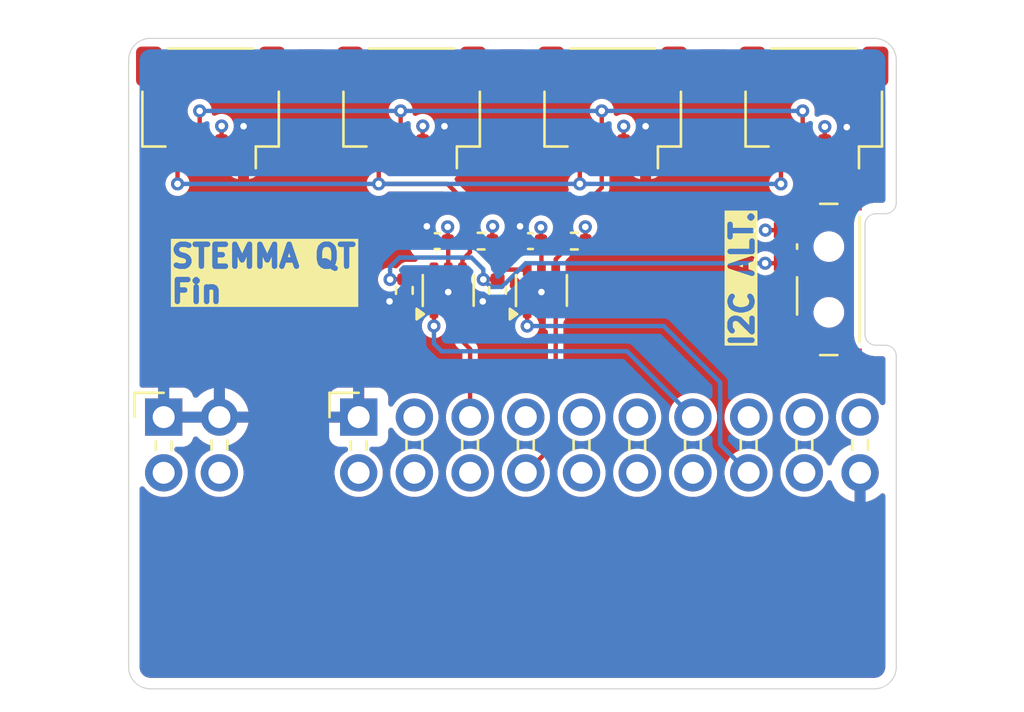
<source format=kicad_pcb>
(kicad_pcb (version 20241129) (generator "pcbnew") (generator_version "8.99")
  (layers (0 "F.Cu" signal) (4 "In1.Cu" signal) (6 "In2.Cu" signal) (2 "B.Cu" signal) (13 "F.Paste" user) (15 "B.Paste" user) (5 "F.SilkS" user "F.Silkscreen") (7 "B.SilkS" user "B.Silkscreen") (1 "F.Mask" user) (3 "B.Mask" user) (25 "Edge.Cuts" user))
  (net 0 "")
  (net 1 "VBUS")
  (net 2 "GND")
  (net 3 "VDDEXT")
  (net 4 "/IO8")
  (net 5 "/IO12")
  (net 6 "/IO15")
  (net 7 "/IO3")
  (net 8 "/IO10")
  (net 9 "VDDIO")
  (net 10 "/IO4")
  (net 11 "/IO6")
  (net 12 "/IO13")
  (net 13 "/IO7")
  (net 14 "/IO14")
  (net 15 "/IO11")
  (net 16 "/IO9")
  (net 17 "/IO5")
  (net 18 "/IO0")
  (net 19 "/IO2")
  (net 20 "/IO1")
  (net 21 "/SDA_OUT")
  (net 22 "/SCL_OUT")
  (net 23 "/I2C_SELECT")
  (footprint "Capacitor_SMD:C_0402_1005Metric" (layer "F.Cu") (at 150.75 86 180)
    (property "Reference" "C2" (hide yes))
    (property "Value" "100nF")
    (fp_line (start -0.107836 0.36) (end 0.107836 0.36) (stroke (width 0.12)) (layer "F.SilkS"))
    (fp_line (start -0.107836 -0.36) (end 0.107836 -0.36) (stroke (width 0.12)) (layer "F.SilkS"))
    (pad "1" smd roundrect (at -0.48 0 180) (size 0.56 0.62) (layers "F.Cu" "F.Mask" "F.Paste") (net 9 "VDDIO"))
    (pad "2" smd roundrect (at 0.48 0 180) (size 0.56 0.62) (layers "F.Cu" "F.Mask" "F.Paste") (net 2 "GND"))
  )
  (footprint "nRF-DK-Connector_JST:JST_SH_SM04B-SRSS-TB_1x04-1MP_P1.00mm_Horizontal" (layer "F.Cu") (at 158.75 79.9 180)
    (property "Reference" "J5" (hide yes))
    (property "Value" "Conn_01x04_MountingPin")
    (fp_line (start 3.11 0.715) (end 3.11 -1.785) (stroke (width 0.12)) (layer "F.SilkS"))
    (fp_line (start 3.11 -1.785) (end 2.06 -1.785) (stroke (width 0.12)) (layer "F.SilkS"))
    (fp_line (start -1.94 2.685) (end 1.94 2.685) (stroke (width 0.12)) (layer "F.SilkS"))
    (fp_line (start -2.06 -1.785) (end -2.06 -2.775) (stroke (width 0.12)) (layer "F.SilkS"))
    (fp_line (start -3.11 0.715) (end -3.11 -1.785) (stroke (width 0.12)) (layer "F.SilkS"))
    (fp_line (start -3.11 -1.785) (end -2.06 -1.785) (stroke (width 0.12)) (layer "F.SilkS"))
    (pad "1" smd roundrect (at -1.5 -2 180) (size 0.6 1.55) (layers "F.Cu" "F.Mask" "F.Paste") (net 2 "GND"))
    (pad "2" smd roundrect (at -0.5 -2 180) (size 0.6 1.55) (layers "F.Cu" "F.Mask" "F.Paste") (net 9 "VDDIO"))
    (pad "3" smd roundrect (at 0.5 -2 180) (size 0.6 1.55) (layers "F.Cu" "F.Mask" "F.Paste") (net 21 "/SDA_OUT"))
    (pad "4" smd roundrect (at 1.5 -2 180) (size 0.6 1.55) (layers "F.Cu" "F.Mask" "F.Paste") (net 22 "/SCL_OUT"))
    (pad "MP" smd roundrect (at -2.8 1.875 180) (size 1.2 1.8) (layers "F.Cu" "F.Mask" "F.Paste") (roundrect_rratio 0.208333) (net 2 "GND"))
    (pad "MP" smd roundrect (at 2.8 1.875 180) (size 1.2 1.8) (layers "F.Cu" "F.Mask" "F.Paste") (roundrect_rratio 0.208333) (net 2 "GND"))
  )
  (footprint "Capacitor_SMD:C_0402_1005Metric" (layer "F.Cu") (at 155 86 180)
    (property "Reference" "C1" (hide yes))
    (property "Value" "100nF")
    (fp_line (start -0.107836 0.36) (end 0.107836 0.36) (stroke (width 0.12)) (layer "F.SilkS"))
    (fp_line (start -0.107836 -0.36) (end 0.107836 -0.36) (stroke (width 0.12)) (layer "F.SilkS"))
    (pad "1" smd roundrect (at -0.48 0 180) (size 0.56 0.62) (layers "F.Cu" "F.Mask" "F.Paste") (net 9 "VDDIO"))
    (pad "2" smd roundrect (at 0.48 0 180) (size 0.56 0.62) (layers "F.Cu" "F.Mask" "F.Paste") (net 2 "GND"))
  )
  (footprint "nRF-DK-Connector_JST:JST_SH_SM04B-SRSS-TB_1x04-1MP_P1.00mm_Horizontal" (layer "F.Cu") (at 149.583334 79.9 180)
    (property "Reference" "J4" (hide yes))
    (property "Value" "Conn_01x04_MountingPin")
    (fp_line (start 3.11 0.715) (end 3.11 -1.785) (stroke (width 0.12)) (layer "F.SilkS"))
    (fp_line (start 3.11 -1.785) (end 2.06 -1.785) (stroke (width 0.12)) (layer "F.SilkS"))
    (fp_line (start -1.94 2.685) (end 1.94 2.685) (stroke (width 0.12)) (layer "F.SilkS"))
    (fp_line (start -2.06 -1.785) (end -2.06 -2.775) (stroke (width 0.12)) (layer "F.SilkS"))
    (fp_line (start -3.11 0.715) (end -3.11 -1.785) (stroke (width 0.12)) (layer "F.SilkS"))
    (fp_line (start -3.11 -1.785) (end -2.06 -1.785) (stroke (width 0.12)) (layer "F.SilkS"))
    (pad "1" smd roundrect (at -1.5 -2 180) (size 0.6 1.55) (layers "F.Cu" "F.Mask" "F.Paste") (net 2 "GND"))
    (pad "2" smd roundrect (at -0.5 -2 180) (size 0.6 1.55) (layers "F.Cu" "F.Mask" "F.Paste") (net 9 "VDDIO"))
    (pad "3" smd roundrect (at 0.5 -2 180) (size 0.6 1.55) (layers "F.Cu" "F.Mask" "F.Paste") (net 21 "/SDA_OUT"))
    (pad "4" smd roundrect (at 1.5 -2 180) (size 0.6 1.55) (layers "F.Cu" "F.Mask" "F.Paste") (net 22 "/SCL_OUT"))
    (pad "MP" smd roundrect (at -2.8 1.875 180) (size 1.2 1.8) (layers "F.Cu" "F.Mask" "F.Paste") (roundrect_rratio 0.208333) (net 2 "GND"))
    (pad "MP" smd roundrect (at 2.8 1.875 180) (size 1.2 1.8) (layers "F.Cu" "F.Mask" "F.Paste") (roundrect_rratio 0.208333) (net 2 "GND"))
  )
  (footprint "Resistor_SMD:R_0402_1005Metric" (layer "F.Cu") (at 153.5 88.25 -90)
    (property "Reference" "R3" (hide yes))
    (property "Value" "100kR")
    (fp_line (start -0.153641 0.38) (end 0.153641 0.38) (stroke (width 0.12)) (layer "F.SilkS"))
    (fp_line (start -0.153641 -0.38) (end 0.153641 -0.38) (stroke (width 0.12)) (layer "F.SilkS"))
    (pad "1" smd roundrect (at -0.51 0 270) (size 0.54 0.64) (layers "F.Cu" "F.Mask" "F.Paste") (net 23 "/I2C_SELECT"))
    (pad "2" smd roundrect (at 0.51 0 270) (size 0.54 0.64) (layers "F.Cu" "F.Mask" "F.Paste") (net 2 "GND"))
  )
  (footprint "nRF-DK-Button_Switch_SMD:SW_SPDT_PCM12" (layer "F.Cu") (at 168.275 87.75 90)
    (property "Reference" "SW1" (hide yes))
    (property "Value" "SW_SPDT")
    (fp_line (start 1.4 -1.12) (end 1.6 -1.12) (stroke (width 0.12)) (layer "F.SilkS"))
    (fp_line (start -1.6 -1.12) (end 0.1 -1.12) (stroke (width 0.12)) (layer "F.SilkS"))
    (fp_line (start -3.45 -0.07) (end -3.45 0.72) (stroke (width 0.12)) (layer "F.SilkS"))
    (fp_line (start 3.45 0.72) (end 3.45 -0.07) (stroke (width 0.12)) (layer "F.SilkS"))
    (fp_line (start -2.85 1.73) (end 2.85 1.73) (stroke (width 0.12)) (layer "F.SilkS"))
    (pad "" smd rect (at -3.65 -0.78 90) (size 1 0.8) (layers "F.Cu" "F.Mask" "F.Paste"))
    (pad "" smd rect (at -3.65 1.43 90) (size 1 0.8) (layers "F.Cu" "F.Mask" "F.Paste"))
    (pad "" np_thru_hole circle (at -1.5 0.33 90) (size 0.9 0.9) (drill 0.9) (layers "*.Cu" "*.Mask"))
    (pad "" np_thru_hole circle (at 1.5 0.33 90) (size 0.9 0.9) (drill 0.9) (layers "*.Cu" "*.Mask"))
    (pad "" smd rect (at 3.65 -0.78 90) (size 1 0.8) (layers "F.Cu" "F.Mask" "F.Paste"))
    (pad "" smd rect (at 3.65 1.43 90) (size 1 0.8) (layers "F.Cu" "F.Mask" "F.Paste"))
    (pad "1" smd rect (at -2.25 -1.43 90) (size 0.7 1.5) (layers "F.Cu" "F.Mask" "F.Paste"))
    (pad "2" smd rect (at 0.75 -1.43 90) (size 0.7 1.5) (layers "F.Cu" "F.Mask" "F.Paste") (net 23 "/I2C_SELECT"))
    (pad "3" smd rect (at 2.25 -1.43 90) (size 0.7 1.5) (layers "F.Cu" "F.Mask" "F.Paste") (net 9 "VDDIO"))
  )
  (footprint "nRF-DK-Connector_JST:JST_SH_SM04B-SRSS-TB_1x04-1MP_P1.00mm_Horizontal" (layer "F.Cu") (at 167.916667 79.9 180)
    (property "Reference" "J6" (hide yes))
    (property "Value" "Conn_01x04_MountingPin")
    (fp_line (start 3.11 0.715) (end 3.11 -1.785) (stroke (width 0.12)) (layer "F.SilkS"))
    (fp_line (start 3.11 -1.785) (end 2.06 -1.785) (stroke (width 0.12)) (layer "F.SilkS"))
    (fp_line (start -1.94 2.685) (end 1.94 2.685) (stroke (width 0.12)) (layer "F.SilkS"))
    (fp_line (start -2.06 -1.785) (end -2.06 -2.775) (stroke (width 0.12)) (layer "F.SilkS"))
    (fp_line (start -3.11 0.715) (end -3.11 -1.785) (stroke (width 0.12)) (layer "F.SilkS"))
    (fp_line (start -3.11 -1.785) (end -2.06 -1.785) (stroke (width 0.12)) (layer "F.SilkS"))
    (pad "1" smd roundrect (at -1.5 -2 180) (size 0.6 1.55) (layers "F.Cu" "F.Mask" "F.Paste") (net 2 "GND"))
    (pad "2" smd roundrect (at -0.5 -2 180) (size 0.6 1.55) (layers "F.Cu" "F.Mask" "F.Paste") (net 9 "VDDIO"))
    (pad "3" smd roundrect (at 0.5 -2 180) (size 0.6 1.55) (layers "F.Cu" "F.Mask" "F.Paste") (net 21 "/SDA_OUT"))
    (pad "4" smd roundrect (at 1.5 -2 180) (size 0.6 1.55) (layers "F.Cu" "F.Mask" "F.Paste") (net 22 "/SCL_OUT"))
    (pad "MP" smd roundrect (at -2.8 1.875 180) (size 1.2 1.8) (layers "F.Cu" "F.Mask" "F.Paste") (roundrect_rratio 0.208333) (net 2 "GND"))
    (pad "MP" smd roundrect (at 2.8 1.875 180) (size 1.2 1.8) (layers "F.Cu" "F.Mask" "F.Paste") (roundrect_rratio 0.208333) (net 2 "GND"))
  )
  (footprint "Resistor_SMD:R_0402_1005Metric" (layer "F.Cu") (at 152.75 86 180)
    (property "Reference" "R2" (hide yes))
    (property "Value" "5.1kR")
    (fp_line (start -0.153641 0.38) (end 0.153641 0.38) (stroke (width 0.12)) (layer "F.SilkS"))
    (fp_line (start -0.153641 -0.38) (end 0.153641 -0.38) (stroke (width 0.12)) (layer "F.SilkS"))
    (pad "1" smd roundrect (at -0.51 0 180) (size 0.54 0.64) (layers "F.Cu" "F.Mask" "F.Paste") (net 9 "VDDIO"))
    (pad "2" smd roundrect (at 0.51 0 180) (size 0.54 0.64) (layers "F.Cu" "F.Mask" "F.Paste") (net 22 "/SCL_OUT"))
  )
  (footprint "Package_TO_SOT_SMD:SOT-363_SC-70-6" (layer "F.Cu") (at 155.5 88.25 90)
    (property "Reference" "U1" (hide yes))
    (property "Value" "NC7SB3157P6X")
    (fp_line (start -0.71 -1.16) (end 0.7 -1.16) (stroke (width 0.12)) (layer "F.SilkS"))
    (fp_line (start -0.7 1.16) (end 0.7 1.16) (stroke (width 0.12)) (layer "F.SilkS"))
    (fp_poly (pts (xy -1.08 -1.11) (xy -1.32 -1.44) (xy -0.84 -1.44) (xy -1.08 -1.11)) (stroke (width 0.12)) (fill yes) (layer "F.SilkS"))
    (pad "1" smd roundrect (at -0.95 -0.65 90) (size 0.65 0.4) (layers "F.Cu" "F.Mask" "F.Paste") (net 5 "/IO12"))
    (pad "2" smd roundrect (at -0.95 0 90) (size 0.65 0.4) (layers "F.Cu" "F.Mask" "F.Paste") (net 2 "GND"))
    (pad "3" smd roundrect (at -0.95 0.65 90) (size 0.65 0.4) (layers "F.Cu" "F.Mask" "F.Paste") (net 10 "/IO4"))
    (pad "4" smd roundrect (at 0.95 0.65 90) (size 0.65 0.4) (layers "F.Cu" "F.Mask" "F.Paste") (net 21 "/SDA_OUT"))
    (pad "5" smd roundrect (at 0.95 0 90) (size 0.65 0.4) (layers "F.Cu" "F.Mask" "F.Paste") (net 9 "VDDIO"))
    (pad "6" smd roundrect (at 0.95 -0.65 90) (size 0.65 0.4) (layers "F.Cu" "F.Mask" "F.Paste") (net 23 "/I2C_SELECT"))
  )
  (footprint "Package_TO_SOT_SMD:SOT-363_SC-70-6" (layer "F.Cu") (at 151.25 88.25 90)
    (property "Reference" "U2" (hide yes))
    (property "Value" "NC7SB3157P6X")
    (fp_line (start -0.71 -1.16) (end 0.7 -1.16) (stroke (width 0.12)) (layer "F.SilkS"))
    (fp_line (start -0.7 1.16) (end 0.7 1.16) (stroke (width 0.12)) (layer "F.SilkS"))
    (fp_poly (pts (xy -1.08 -1.11) (xy -1.32 -1.44) (xy -0.84 -1.44) (xy -1.08 -1.11)) (stroke (width 0.12)) (fill yes) (layer "F.SilkS"))
    (pad "1" smd roundrect (at -0.95 -0.65 90) (size 0.65 0.4) (layers "F.Cu" "F.Mask" "F.Paste") (net 15 "/IO11"))
    (pad "2" smd roundrect (at -0.95 0 90) (size 0.65 0.4) (layers "F.Cu" "F.Mask" "F.Paste") (net 2 "GND"))
    (pad "3" smd roundrect (at -0.95 0.65 90) (size 0.65 0.4) (layers "F.Cu" "F.Mask" "F.Paste") (net 7 "/IO3"))
    (pad "4" smd roundrect (at 0.95 0.65 90) (size 0.65 0.4) (layers "F.Cu" "F.Mask" "F.Paste") (net 22 "/SCL_OUT"))
    (pad "5" smd roundrect (at 0.95 0 90) (size 0.65 0.4) (layers "F.Cu" "F.Mask" "F.Paste") (net 9 "VDDIO"))
    (pad "6" smd roundrect (at 0.95 -0.65 90) (size 0.65 0.4) (layers "F.Cu" "F.Mask" "F.Paste") (net 23 "/I2C_SELECT"))
  )
  (footprint "nRF-DK-Connector_PinSocket_2.54mm:PinSocket_2x10_P2.54mm_Horizontal" (layer "F.Cu") (at 147.1676 94.0308 90)
    (property "Reference" "J2" (hide yes))
    (property "Value" "Conn_02x10_Odd_Even" (hide yes))
    (fp_line (start 1.11 -1.33) (end 1.11 0) (stroke (width 0.12)) (layer "F.SilkS"))
    (fp_line (start 0 -1.33) (end 1.11 -1.33) (stroke (width 0.12)) (layer "F.SilkS"))
    (fp_line (start -1.49 -0.36) (end -1.11 -0.36) (stroke (width 0.12)) (layer "F.SilkS"))
    (fp_line (start -1.49 0.36) (end -1.11 0.36) (stroke (width 0.12)) (layer "F.SilkS"))
    (fp_line (start -1.49 2.18) (end -1.05 2.18) (stroke (width 0.12)) (layer "F.SilkS"))
    (fp_line (start -1.49 2.9) (end -1.05 2.9) (stroke (width 0.12)) (layer "F.SilkS"))
    (fp_line (start -1.49 4.72) (end -1.05 4.72) (stroke (width 0.12)) (layer "F.SilkS"))
    (fp_line (start -1.49 5.44) (end -1.05 5.44) (stroke (width 0.12)) (layer "F.SilkS"))
    (fp_line (start -1.49 7.26) (end -1.05 7.26) (stroke (width 0.12)) (layer "F.SilkS"))
    (fp_line (start -1.49 7.98) (end -1.05 7.98) (stroke (width 0.12)) (layer "F.SilkS"))
    (fp_line (start -1.49 9.8) (end -1.05 9.8) (stroke (width 0.12)) (layer "F.SilkS"))
    (fp_line (start -1.49 10.52) (end -1.05 10.52) (stroke (width 0.12)) (layer "F.SilkS"))
    (fp_line (start -1.49 12.34) (end -1.05 12.34) (stroke (width 0.12)) (layer "F.SilkS"))
    (fp_line (start -1.49 13.06) (end -1.05 13.06) (stroke (width 0.12)) (layer "F.SilkS"))
    (fp_line (start -1.49 14.88) (end -1.05 14.88) (stroke (width 0.12)) (layer "F.SilkS"))
    (fp_line (start -1.49 15.6) (end -1.05 15.6) (stroke (width 0.12)) (layer "F.SilkS"))
    (fp_line (start -1.49 17.42) (end -1.05 17.42) (stroke (width 0.12)) (layer "F.SilkS"))
    (fp_line (start -1.49 18.14) (end -1.05 18.14) (stroke (width 0.12)) (layer "F.SilkS"))
    (fp_line (start -1.49 19.96) (end -1.05 19.96) (stroke (width 0.12)) (layer "F.SilkS"))
    (fp_line (start -1.49 20.68) (end -1.05 20.68) (stroke (width 0.12)) (layer "F.SilkS"))
    (fp_line (start -1.49 22.5) (end -1.05 22.5) (stroke (width 0.12)) (layer "F.SilkS"))
    (fp_line (start -1.49 23.22) (end -1.05 23.22) (stroke (width 0.12)) (layer "F.SilkS"))
    (pad "1" thru_hole rect (at 0 0 90) (size 1.7 1.7) (drill 1) (layers "*.Cu" "*.Mask") (net 2 "GND"))
    (pad "2" thru_hole oval (at -2.54 0 90) (size 1.7 1.7) (drill 1) (layers "*.Cu" "*.Mask") (net 9 "VDDIO"))
    (pad "3" thru_hole oval (at 0 2.54 90) (size 1.7 1.7) (drill 1) (layers "*.Cu" "*.Mask") (net 20 "/IO1"))
    (pad "4" thru_hole oval (at -2.54 2.54 90) (size 1.7 1.7) (drill 1) (layers "*.Cu" "*.Mask") (net 18 "/IO0"))
    (pad "5" thru_hole oval (at 0 5.08 90) (size 1.7 1.7) (drill 1) (layers "*.Cu" "*.Mask") (net 7 "/IO3"))
    (pad "6" thru_hole oval (at -2.54 5.08 90) (size 1.7 1.7) (drill 1) (layers "*.Cu" "*.Mask") (net 19 "/IO2"))
    (pad "7" thru_hole oval (at 0 7.62 90) (size 1.7 1.7) (drill 1) (layers "*.Cu" "*.Mask") (net 17 "/IO5"))
    (pad "8" thru_hole oval (at -2.54 7.62 90) (size 1.7 1.7) (drill 1) (layers "*.Cu" "*.Mask") (net 10 "/IO4"))
    (pad "9" thru_hole oval (at 0 10.16 90) (size 1.7 1.7) (drill 1) (layers "*.Cu" "*.Mask") (net 13 "/IO7"))
    (pad "10" thru_hole oval (at -2.54 10.16 90) (size 1.7 1.7) (drill 1) (layers "*.Cu" "*.Mask") (net 11 "/IO6"))
    (pad "11" thru_hole oval (at 0 12.7 90) (size 1.7 1.7) (drill 1) (layers "*.Cu" "*.Mask") (net 16 "/IO9"))
    (pad "12" thru_hole oval (at -2.54 12.7 90) (size 1.7 1.7) (drill 1) (layers "*.Cu" "*.Mask") (net 4 "/IO8"))
    (pad "13" thru_hole oval (at 0 15.24 90) (size 1.7 1.7) (drill 1) (layers "*.Cu" "*.Mask") (net 15 "/IO11"))
    (pad "14" thru_hole oval (at -2.54 15.24 90) (size 1.7 1.7) (drill 1) (layers "*.Cu" "*.Mask") (net 8 "/IO10"))
    (pad "15" thru_hole oval (at 0 17.78 90) (size 1.7 1.7) (drill 1) (layers "*.Cu" "*.Mask") (net 12 "/IO13"))
    (pad "16" thru_hole oval (at -2.54 17.78 90) (size 1.7 1.7) (drill 1) (layers "*.Cu" "*.Mask") (net 5 "/IO12"))
    (pad "17" thru_hole oval (at 0 20.32 90) (size 1.7 1.7) (drill 1) (layers "*.Cu" "*.Mask") (net 6 "/IO15"))
    (pad "18" thru_hole oval (at -2.54 20.32 90) (size 1.7 1.7) (drill 1) (layers "*.Cu" "*.Mask") (net 14 "/IO14"))
    (pad "19" thru_hole oval (at 0 22.86 90) (size 1.7 1.7) (drill 1) (layers "*.Cu" "*.Mask") (net 9 "VDDIO"))
    (pad "20" thru_hole oval (at -2.54 22.86 90) (size 1.7 1.7) (drill 1) (layers "*.Cu" "*.Mask") (net 2 "GND"))
  )
  (footprint "Resistor_SMD:R_0402_1005Metric" (layer "F.Cu") (at 149.25 88.25 -90)
    (property "Reference" "R4" (hide yes))
    (property "Value" "100kR")
    (fp_line (start -0.153641 0.38) (end 0.153641 0.38) (stroke (width 0.12)) (layer "F.SilkS"))
    (fp_line (start -0.153641 -0.38) (end 0.153641 -0.38) (stroke (width 0.12)) (layer "F.SilkS"))
    (pad "1" smd roundrect (at -0.51 0 270) (size 0.54 0.64) (layers "F.Cu" "F.Mask" "F.Paste") (net 23 "/I2C_SELECT"))
    (pad "2" smd roundrect (at 0.51 0 270) (size 0.54 0.64) (layers "F.Cu" "F.Mask" "F.Paste") (net 2 "GND"))
  )
  (footprint "nRF-DK-Connector_PinSocket_2.54mm:PinSocket_2x02_P2.54mm_Horizontal" (layer "F.Cu") (at 138.2776 94.0308 90)
    (property "Reference" "J1" (hide yes))
    (property "Value" "Conn_02x02_Odd_Even" (hide yes))
    (fp_line (start 1.11 -1.33) (end 1.11 0) (stroke (width 0.12)) (layer "F.SilkS"))
    (fp_line (start 0 -1.33) (end 1.11 -1.33) (stroke (width 0.12)) (layer "F.SilkS"))
    (fp_line (start -1.49 -0.36) (end -1.11 -0.36) (stroke (width 0.12)) (layer "F.SilkS"))
    (fp_line (start -1.49 0.36) (end -1.11 0.36) (stroke (width 0.12)) (layer "F.SilkS"))
    (fp_line (start -1.49 2.18) (end -1.05 2.18) (stroke (width 0.12)) (layer "F.SilkS"))
    (fp_line (start -1.49 2.9) (end -1.05 2.9) (stroke (width 0.12)) (layer "F.SilkS"))
    (pad "1" thru_hole rect (at 0 0 90) (size 1.7 1.7) (drill 1) (layers "*.Cu" "*.Mask") (net 2 "GND"))
    (pad "2" thru_hole oval (at -2.54 0 90) (size 1.7 1.7) (drill 1) (layers "*.Cu" "*.Mask") (net 1 "VBUS"))
    (pad "3" thru_hole oval (at 0 2.54 90) (size 1.7 1.7) (drill 1) (layers "*.Cu" "*.Mask") (net 2 "GND"))
    (pad "4" thru_hole oval (at -2.54 2.54 90) (size 1.7 1.7) (drill 1) (layers "*.Cu" "*.Mask") (net 3 "VDDEXT"))
  )
  (footprint "Resistor_SMD:R_0402_1005Metric" (layer "F.Cu") (at 157 86 180)
    (property "Reference" "R1" (hide yes))
    (property "Value" "5.1kR")
    (fp_line (start -0.153641 0.38) (end 0.153641 0.38) (stroke (width 0.12)) (layer "F.SilkS"))
    (fp_line (start -0.153641 -0.38) (end 0.153641 -0.38) (stroke (width 0.12)) (layer "F.SilkS"))
    (pad "1" smd roundrect (at -0.51 0 180) (size 0.54 0.64) (layers "F.Cu" "F.Mask" "F.Paste") (net 9 "VDDIO"))
    (pad "2" smd roundrect (at 0.51 0 180) (size 0.54 0.64) (layers "F.Cu" "F.Mask" "F.Paste") (net 21 "/SDA_OUT"))
  )
  (footprint "nRF-DK-Connector_JST:JST_SH_SM04B-SRSS-TB_1x04-1MP_P1.00mm_Horizontal" (layer "F.Cu") (at 140.416667 79.9 180)
    (property "Reference" "J3" (hide yes))
    (property "Value" "Conn_01x04_MountingPin")
    (fp_line (start 3.11 0.715) (end 3.11 -1.785) (stroke (width 0.12)) (layer "F.SilkS"))
    (fp_line (start 3.11 -1.785) (end 2.06 -1.785) (stroke (width 0.12)) (layer "F.SilkS"))
    (fp_line (start -1.94 2.685) (end 1.94 2.685) (stroke (width 0.12)) (layer "F.SilkS"))
    (fp_line (start -2.06 -1.785) (end -2.06 -2.775) (stroke (width 0.12)) (layer "F.SilkS"))
    (fp_line (start -3.11 0.715) (end -3.11 -1.785) (stroke (width 0.12)) (layer "F.SilkS"))
    (fp_line (start -3.11 -1.785) (end -2.06 -1.785) (stroke (width 0.12)) (layer "F.SilkS"))
    (pad "1" smd roundrect (at -1.5 -2 180) (size 0.6 1.55) (layers "F.Cu" "F.Mask" "F.Paste") (net 2 "GND"))
    (pad "2" smd roundrect (at -0.5 -2 180) (size 0.6 1.55) (layers "F.Cu" "F.Mask" "F.Paste") (net 9 "VDDIO"))
    (pad "3" smd roundrect (at 0.5 -2 180) (size 0.6 1.55) (layers "F.Cu" "F.Mask" "F.Paste") (net 21 "/SDA_OUT"))
    (pad "4" smd roundrect (at 1.5 -2 180) (size 0.6 1.55) (layers "F.Cu" "F.Mask" "F.Paste") (net 22 "/SCL_OUT"))
    (pad "MP" smd roundrect (at -2.8 1.875 180) (size 1.2 1.8) (layers "F.Cu" "F.Mask" "F.Paste") (roundrect_rratio 0.208333) (net 2 "GND"))
    (pad "MP" smd roundrect (at 2.8 1.875 180) (size 1.2 1.8) (layers "F.Cu" "F.Mask" "F.Paste") (roundrect_rratio 0.208333) (net 2 "GND"))
  )
  (gr_arc (start 170.678 76.75) (mid 171.385107 77.042893) (end 171.678 77.75) (stroke (width 0.05)) (layer "Edge.Cuts"))
  (gr_line (start 171.678 84.25) (end 171.678 77.75) (stroke (width 0.05)) (layer "Edge.Cuts"))
  (gr_line (start 170.75 84.75) (end 171.178 84.75) (stroke (width 0.05)) (layer "Edge.Cuts"))
  (gr_arc (start 171.678 105.426) (mid 171.385107 106.133107) (end 170.678 106.426) (stroke (width 0.05)) (layer "Edge.Cuts"))
  (gr_arc (start 171.678 84.25) (mid 171.531553 84.603553) (end 171.178 84.75) (stroke (width 0.05)) (layer "Edge.Cuts"))
  (gr_line (start 170.678 106.426) (end 137.678 106.426) (stroke (width 0.05)) (layer "Edge.Cuts"))
  (gr_line (start 171.178 90.75) (end 170.75 90.75) (stroke (width 0.05)) (layer "Edge.Cuts"))
  (gr_line (start 137.678 76.75) (end 170.678 76.75) (stroke (width 0.05)) (layer "Edge.Cuts"))
  (gr_arc (start 170.25 85.25) (mid 170.396447 84.896447) (end 170.75 84.75) (stroke (width 0.05)) (layer "Edge.Cuts"))
  (gr_arc (start 137.678 106.426) (mid 136.970893 106.133107) (end 136.678 105.426) (stroke (width 0.05)) (layer "Edge.Cuts"))
  (gr_arc (start 136.678 77.75) (mid 136.970893 77.042893) (end 137.678 76.75) (stroke (width 0.05)) (layer "Edge.Cuts"))
  (gr_line (start 170.25 90.25) (end 170.25 85.25) (stroke (width 0.05)) (layer "Edge.Cuts"))
  (gr_arc (start 170.75 90.75) (mid 170.396447 90.603553) (end 170.25 90.25) (stroke (width 0.05)) (layer "Edge.Cuts"))
  (gr_line (start 136.678 105.426) (end 136.678 77.75) (stroke (width 0.05)) (layer "Edge.Cuts"))
  (gr_line (start 171.678 105.426) (end 171.678 91.25) (stroke (width 0.05)) (layer "Edge.Cuts"))
  (gr_arc (start 171.178 90.75) (mid 171.531553 90.896447) (end 171.678 91.25) (stroke (width 0.05)) (layer "Edge.Cuts"))
  (gr_text "I2C ALT." (at 164.65 87.71 90) (layer "F.SilkS" knockout) (effects (font (size 1 1) (thickness 0.25) (bold yes))))
  (gr_text "STEMMA QT\nFin" (at 138.5 87.5 0) (layer "F.SilkS" knockout) (effects (font (size 1 1) (thickness 0.25) (bold yes)) (justify left)))
  (segment (start 149.25 88.76) (end 148.585 88.76) (width 0.2) (layer "F.Cu") (net 2))
  (segment (start 153.5 88.76) (end 152.835 88.76) (width 0.2) (layer "F.Cu") (net 2))
  (segment (start 148.585 88.76) (end 148.575 88.75) (width 0.2) (layer "F.Cu") (net 2))
  (segment (start 154.52 85.33) (end 154.525 85.325) (width 0.2) (layer "F.Cu") (net 2))
  (segment (start 155.5 89.2) (end 155.5 88.325) (width 0.2) (layer "F.Cu") (net 2))
  (segment (start 160.25 81.9) (end 160.25 80.76) (width 0.2) (layer "F.Cu") (net 2))
  (segment (start 169.416667 81.9) (end 169.416667 80.803333) (width 0.2) (layer "F.Cu") (net 2))
  (segment (start 152.835 88.76) (end 152.825 88.75) (width 0.2) (layer "F.Cu") (net 2))
  (segment (start 150.27 85.33) (end 150.275 85.325) (width 0.2) (layer "F.Cu") (net 2))
  (segment (start 169.416667 80.803333) (end 169.42 80.8) (width 0.2) (layer "F.Cu") (net 2))
  (segment (start 150.27 86) (end 150.27 85.33) (width 0.2) (layer "F.Cu") (net 2))
  (segment (start 151.083334 80.763334) (end 151.08 80.76) (width 0.2) (layer "F.Cu") (net 2))
  (segment (start 151.083334 81.9) (end 151.083334 80.763334) (width 0.2) (layer "F.Cu") (net 2))
  (segment (start 141.916667 81.9) (end 141.916667 80.763333) (width 0.2) (layer "F.Cu") (net 2))
  (segment (start 151.25 89.2) (end 151.25 88.325) (width 0.2) (layer "F.Cu") (net 2))
  (segment (start 141.916667 80.763333) (end 141.92 80.76) (width 0.2) (layer "F.Cu") (net 2))
  (segment (start 154.52 86) (end 154.52 85.33) (width 0.2) (layer "F.Cu") (net 2))
  (via (at 150.275 85.325) (size 0.6) (drill 0.3) (layers "F.Cu" "B.Cu") (net 2))
  (via (at 151.25 88.325) (size 0.6) (drill 0.3) (layers "F.Cu" "B.Cu") (net 2))
  (via (at 169.42 80.8) (size 0.6) (drill 0.3) (layers "F.Cu" "B.Cu") (net 2))
  (via (at 155.5 88.325) (size 0.6) (drill 0.3) (layers "F.Cu" "B.Cu") (net 2))
  (via (at 151.08 80.76) (size 0.6) (drill 0.3) (layers "F.Cu" "B.Cu") (net 2))
  (via (at 160.25 80.76) (size 0.6) (drill 0.3) (layers "F.Cu" "B.Cu") (net 2))
  (via (at 152.825 88.75) (size 0.6) (drill 0.3) (layers "F.Cu" "B.Cu") (net 2))
  (via (at 148.575 88.75) (size 0.6) (drill 0.3) (layers "F.Cu" "B.Cu") (net 2))
  (via (at 141.92 80.76) (size 0.6) (drill 0.3) (layers "F.Cu" "B.Cu") (net 2))
  (via (at 154.525 85.325) (size 0.6) (drill 0.3) (layers "F.Cu" "B.Cu") (net 2))
  (segment (start 154.85 89.2) (end 154.85 89.875) (width 0.2) (layer "F.Cu") (net 5))
  (via (at 154.85 89.875) (size 0.6) (drill 0.3) (layers "F.Cu" "B.Cu") (net 5))
  (segment (start 161.075 89.875) (end 163.65 92.45) (width 0.2) (layer "B.Cu") (net 5))
  (segment (start 163.65 95.2732) (end 164.9476 96.5708) (width 0.2) (layer "B.Cu") (net 5))
  (segment (start 163.65 92.45) (end 163.65 95.2732) (width 0.2) (layer "B.Cu") (net 5))
  (segment (start 154.85 89.875) (end 161.075 89.875) (width 0.2) (layer "B.Cu") (net 5))
  (segment (start 151.9 89.2) (end 151.9 90.575) (width 0.2) (layer "F.Cu") (net 7))
  (segment (start 151.9 90.575) (end 152.2476 90.9226) (width 0.2) (layer "F.Cu") (net 7))
  (segment (start 152.2476 90.9226) (end 152.2476 94.0308) (width 0.2) (layer "F.Cu") (net 7))
  (segment (start 150.083334 81.9) (end 150.083334 80.756666) (width 0.2) (layer "F.Cu") (net 9))
  (segment (start 155.5 86.02) (end 155.48 86) (width 0.2) (layer "F.Cu") (net 9))
  (segment (start 157.51 85.36) (end 157.5 85.35) (width 0.2) (layer "F.Cu") (net 9))
  (segment (start 157.51 86) (end 157.51 85.36) (width 0.2) (layer "F.Cu") (net 9))
  (segment (start 151.23 86) (end 151.23 85.355) (width 0.2) (layer "F.Cu") (net 9))
  (segment (start 155.48 86) (end 155.48 85.38) (width 0.2) (layer "F.Cu") (net 9))
  (segment (start 168.416667 80.783333) (end 168.42 80.78) (width 0.2) (layer "F.Cu") (net 9))
  (segment (start 140.916667 80.753333) (end 140.92 80.75) (width 0.2) (layer "F.Cu") (net 9))
  (segment (start 166.845 85.5) (end 165.71 85.5) (width 0.2) (layer "F.Cu") (net 9))
  (segment (start 168.416667 81.9) (end 168.416667 80.783333) (width 0.2) (layer "F.Cu") (net 9))
  (segment (start 150.083334 80.756666) (end 150.09 80.75) (width 0.2) (layer "F.Cu") (net 9))
  (segment (start 151.25 87.3) (end 151.25 86.02) (width 0.2) (layer "F.Cu") (net 9))
  (segment (start 159.25 81.9) (end 159.25 80.76) (width 0.2) (layer "F.Cu") (net 9))
  (segment (start 155.5 87.3) (end 155.5 86.02) (width 0.2) (layer "F.Cu") (net 9))
  (segment (start 153.26 86) (end 153.26 85.34) (width 0.2) (layer "F.Cu") (net 9))
  (segment (start 155.48 85.38) (end 155.475 85.375) (width 0.2) (layer "F.Cu") (net 9))
  (segment (start 140.916667 81.9) (end 140.916667 80.753333) (width 0.2) (layer "F.Cu") (net 9))
  (segment (start 151.25 86.02) (end 151.23 86) (width 0.2) (layer "F.Cu") (net 9))
  (segment (start 151.23 85.355) (end 151.225 85.35) (width 0.2) (layer "F.Cu") (net 9))
  (segment (start 153.26 85.34) (end 153.275 85.325) (width 0.2) (layer "F.Cu") (net 9))
  (via (at 153.275 85.325) (size 0.6) (drill 0.3) (layers "F.Cu" "B.Cu") (net 9))
  (via (at 150.09 80.75) (size 0.6) (drill 0.3) (layers "F.Cu" "B.Cu") (net 9))
  (via (at 165.71 85.5) (size 0.6) (drill 0.3) (layers "F.Cu" "B.Cu") (net 9))
  (via (at 157.5 85.35) (size 0.6) (drill 0.3) (layers "F.Cu" "B.Cu") (net 9))
  (via (at 159.25 80.76) (size 0.6) (drill 0.3) (layers "F.Cu" "B.Cu") (net 9))
  (via (at 155.475 85.375) (size 0.6) (drill 0.3) (layers "F.Cu" "B.Cu") (net 9))
  (via (at 168.42 80.78) (size 0.6) (drill 0.3) (layers "F.Cu" "B.Cu") (net 9))
  (via (at 140.92 80.75) (size 0.6) (drill 0.3) (layers "F.Cu" "B.Cu") (net 9))
  (via (at 151.225 85.35) (size 0.6) (drill 0.3) (layers "F.Cu" "B.Cu") (net 9))
  (segment (start 156.15 95.2084) (end 154.7876 96.5708) (width 0.2) (layer "F.Cu") (net 10))
  (segment (start 156.15 89.2) (end 156.15 95.2084) (width 0.2) (layer "F.Cu") (net 10))
  (segment (start 150.6 89.2) (end 150.6 89.875) (width 0.2) (layer "F.Cu") (net 15))
  (via (at 150.6 89.875) (size 0.6) (drill 0.3) (layers "F.Cu" "B.Cu") (net 15))
  (segment (start 150.95 91.025) (end 159.4018 91.025) (width 0.2) (layer "B.Cu") (net 15))
  (segment (start 150.6 89.875) (end 150.6 90.675) (width 0.2) (layer "B.Cu") (net 15))
  (segment (start 150.6 90.675) (end 150.95 91.025) (width 0.2) (layer "B.Cu") (net 15))
  (segment (start 159.4018 91.025) (end 162.4076 94.0308) (width 0.2) (layer "B.Cu") (net 15))
  (segment (start 158.25 83.56) (end 158.25 81.9) (width 0.2) (layer "F.Cu") (net 21))
  (segment (start 139.92 81.896667) (end 139.916667 81.9) (width 0.2) (layer "F.Cu") (net 21))
  (segment (start 156.79 84.1) (end 157.71 84.1) (width 0.2) (layer "F.Cu") (net 21))
  (segment (start 156.15 86.825) (end 156.15 87.3) (width 0.2) (layer "F.Cu") (net 21))
  (segment (start 158.25 80.06) (end 158.25 81.9) (width 0.2) (layer "F.Cu") (net 21))
  (segment (start 167.41 80.06) (end 167.41 80.606666) (width 0.2) (layer "F.Cu") (net 21))
  (segment (start 149.08 80.06) (end 149.08 81.896666) (width 0.2) (layer "F.Cu") (net 21))
  (segment (start 149.08 81.896666) (end 149.083334 81.9) (width 0.2) (layer "F.Cu") (net 21))
  (segment (start 156.49 86) (end 156.49 86.485) (width 0.2) (layer "F.Cu") (net 21))
  (segment (start 167.41 80.606666) (end 167.416667 80.613333) (width 0.2) (layer "F.Cu") (net 21))
  (segment (start 156.49 84.4) (end 156.79 84.1) (width 0.2) (layer "F.Cu") (net 21))
  (segment (start 139.92 80.06) (end 139.92 81.896667) (width 0.2) (layer "F.Cu") (net 21))
  (segment (start 156.49 86.485) (end 156.15 86.825) (width 0.2) (layer "F.Cu") (net 21))
  (segment (start 156.49 86) (end 156.49 84.4) (width 0.2) (layer "F.Cu") (net 21))
  (segment (start 157.71 84.1) (end 158.25 83.56) (width 0.2) (layer "F.Cu") (net 21))
  (segment (start 167.416667 80.613333) (end 167.416667 81.9) (width 0.2) (layer "F.Cu") (net 21))
  (via (at 149.08 80.06) (size 0.6) (drill 0.3) (layers "F.Cu" "B.Cu") (net 21))
  (via (at 158.25 80.06) (size 0.6) (drill 0.3) (layers "F.Cu" "B.Cu") (net 21))
  (via (at 139.92 80.06) (size 0.6) (drill 0.3) (layers "F.Cu" "B.Cu") (net 21))
  (via (at 167.41 80.06) (size 0.6) (drill 0.3) (layers "F.Cu" "B.Cu") (net 21))
  (segment (start 149.08 80.06) (end 139.92 80.06) (width 0.2) (layer "B.Cu") (net 21))
  (segment (start 158.25 80.06) (end 149.08 80.06) (width 0.2) (layer "B.Cu") (net 21))
  (segment (start 167.41 80.06) (end 158.25 80.06) (width 0.2) (layer "B.Cu") (net 21))
  (segment (start 151.9 86.85) (end 151.9 87.3) (width 0.2) (layer "F.Cu") (net 22))
  (segment (start 148.083334 81.9) (end 148.083334 83.386666) (width 0.2) (layer "F.Cu") (net 22))
  (segment (start 152.24 86) (end 152.24 84.42) (width 0.2) (layer "F.Cu") (net 22))
  (segment (start 152.24 86.51) (end 151.9 86.85) (width 0.2) (layer "F.Cu") (net 22))
  (segment (start 148.083334 83.386666) (end 148.08 83.39) (width 0.2) (layer "F.Cu") (net 22))
  (segment (start 138.91 83.39) (end 138.91 81.906667) (width 0.2) (layer "F.Cu") (net 22))
  (segment (start 157.25 83.39) (end 157.25 81.9) (width 0.2) (layer "F.Cu") (net 22))
  (segment (start 166.42 81.903333) (end 166.416667 81.9) (width 0.2) (layer "F.Cu") (net 22))
  (segment (start 166.42 83.39) (end 166.42 81.903333) (width 0.2) (layer "F.Cu") (net 22))
  (segment (start 152.24 86) (end 152.24 86.51) (width 0.2) (layer "F.Cu") (net 22))
  (segment (start 152.24 84.42) (end 151.21 83.39) (width 0.2) (layer "F.Cu") (net 22))
  (segment (start 151.21 83.39) (end 148.08 83.39) (width 0.2) (layer "F.Cu") (net 22))
  (segment (start 138.91 81.906667) (end 138.916667 81.9) (width 0.2) (layer "F.Cu") (net 22))
  (via (at 148.08 83.39) (size 0.6) (drill 0.3) (layers "F.Cu" "B.Cu") (net 22))
  (via (at 166.42 83.39) (size 0.6) (drill 0.3) (layers "F.Cu" "B.Cu") (net 22))
  (via (at 157.25 83.39) (size 0.6) (drill 0.3) (layers "F.Cu" "B.Cu") (net 22))
  (via (at 138.91 83.39) (size 0.6) (drill 0.3) (layers "F.Cu" "B.Cu") (net 22))
  (segment (start 148.08 83.39) (end 157.25 83.39) (width 0.2) (layer "B.Cu") (net 22))
  (segment (start 157.25 83.39) (end 166.42 83.39) (width 0.2) (layer "B.Cu") (net 22))
  (segment (start 148.08 83.39) (end 138.91 83.39) (width 0.2) (layer "B.Cu") (net 22))
  (segment (start 148.61 87.74) (end 148.6 87.75) (width 0.2) (layer "F.Cu") (net 23))
  (segment (start 153.6 87.3) (end 154.85 87.3) (width 0.2) (layer "F.Cu") (net 23))
  (segment (start 153.5 87.74) (end 152.86 87.74) (width 0.2) (layer "F.Cu") (net 23))
  (segment (start 149.25 87.4) (end 149.35 87.3) (width 0.2) (layer "F.Cu") (net 23))
  (segment (start 149.25 87.74) (end 148.61 87.74) (width 0.2) (layer "F.Cu") (net 23))
  (segment (start 149.35 87.3) (end 150.6 87.3) (width 0.2) (layer "F.Cu") (net 23))
  (segment (start 152.86 87.74) (end 152.85 87.75) (width 0.2) (layer "F.Cu") (net 23))
  (segment (start 153.5 87.4) (end 153.6 87.3) (width 0.2) (layer "F.Cu") (net 23))
  (segment (start 153.5 87.74) (end 153.5 87.4) (width 0.2) (layer "F.Cu") (net 23))
  (segment (start 149.25 87.74) (end 149.25 87.4) (width 0.2) (layer "F.Cu") (net 23))
  (segment (start 165.7 87.01) (end 166.835 87.01) (width 0.2) (layer "F.Cu") (net 23))
  (segment (start 166.835 87.01) (end 166.845 87) (width 0.2) (layer "F.Cu") (net 23))
  (via (at 152.85 87.75) (size 0.6) (drill 0.3) (layers "F.Cu" "B.Cu") (net 23))
  (via (at 165.7 87.01) (size 0.6) (drill 0.3) (layers "F.Cu" "B.Cu") (net 23))
  (via (at 148.6 87.75) (size 0.6) (drill 0.3) (layers "F.Cu" "B.Cu") (net 23))
  (segment (start 152.31 86.75) (end 152.85 87.29) (width 0.2) (layer "B.Cu") (net 23))
  (segment (start 148.6 87.75) (end 148.6 87.18) (width 0.2) (layer "B.Cu") (net 23))
  (segment (start 153.7 88.09) (end 153.85 87.94) (width 0.2) (layer "B.Cu") (net 23))
  (segment (start 153.34 88.09) (end 153.7 88.09) (width 0.2) (layer "B.Cu") (net 23))
  (segment (start 153.19 88.09) (end 153.34 88.09) (width 0.2) (layer "B.Cu") (net 23))
  (segment (start 149.03 86.75) (end 152.31 86.75) (width 0.2) (layer "B.Cu") (net 23))
  (segment (start 153.85 87.94) (end 154.78 87.01) (width 0.2) (layer "B.Cu") (net 23))
  (segment (start 152.85 87.29) (end 152.85 87.75) (width 0.2) (layer "B.Cu") (net 23))
  (segment (start 152.85 87.75) (end 153.19 88.09) (width 0.2) (layer "B.Cu") (net 23))
  (segment (start 154.78 87.01) (end 165.7 87.01) (width 0.2) (layer "B.Cu") (net 23))
  (segment (start 148.6 87.18) (end 149.03 86.75) (width 0.2) (layer "B.Cu") (net 23))
  (zone (net 2) (net_name "GND") (layers "F.Cu" "B.Cu" "In1.Cu") (connect_pads (clearance 0.25)) (min_thickness 0.25) (fill yes (thermal_gap 0.5) (thermal_bridge_width 0.5))
    (polygon (pts (xy 135 76) (xy 173 76) (xy 173 107) (xy 135 107)))
  )
)
</source>
